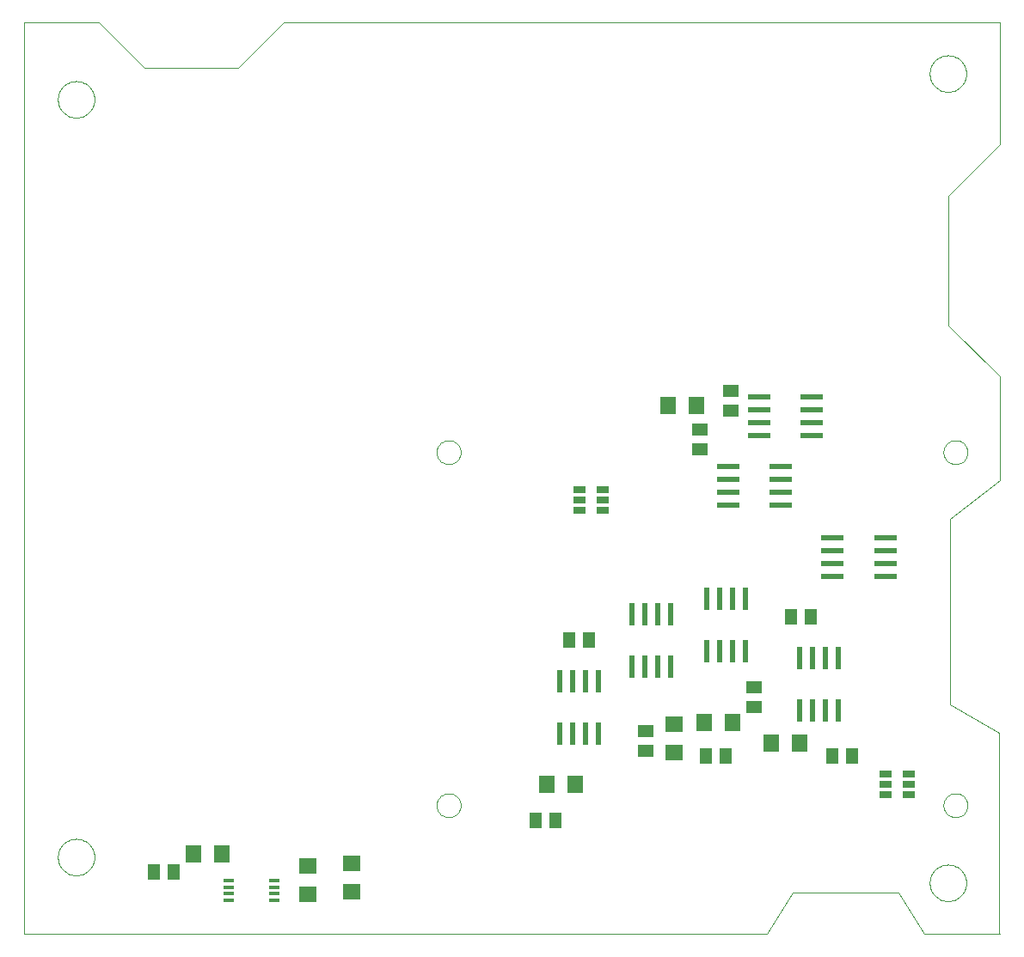
<source format=gbp>
G75*
%MOIN*%
%OFA0B0*%
%FSLAX24Y24*%
%IPPOS*%
%LPD*%
%AMOC8*
5,1,8,0,0,1.08239X$1,22.5*
%
%ADD10C,0.0000*%
%ADD11R,0.0236X0.0866*%
%ADD12R,0.0512X0.0591*%
%ADD13R,0.0591X0.0512*%
%ADD14R,0.0630X0.0709*%
%ADD15R,0.0709X0.0630*%
%ADD16R,0.0866X0.0236*%
%ADD17R,0.0500X0.0250*%
%ADD18R,0.0710X0.0630*%
%ADD19R,0.0433X0.0157*%
D10*
X000115Y000135D02*
X028915Y000135D01*
X029918Y001748D01*
X034009Y001748D01*
X035015Y000135D01*
X037915Y000135D01*
X037915Y007935D01*
X036015Y009035D01*
X036015Y016235D01*
X037925Y017755D01*
X037925Y021775D01*
X035935Y023765D01*
X035935Y028785D01*
X037925Y030775D01*
X037925Y035521D01*
X037926Y035521D02*
X010158Y035521D01*
X008391Y033757D01*
X004761Y033757D01*
X002997Y035521D01*
X000115Y035521D01*
X000115Y035521D01*
X000115Y000135D01*
X001416Y003125D02*
X001418Y003178D01*
X001424Y003231D01*
X001434Y003283D01*
X001447Y003334D01*
X001465Y003384D01*
X001486Y003433D01*
X001511Y003480D01*
X001539Y003524D01*
X001571Y003567D01*
X001605Y003607D01*
X001643Y003645D01*
X001683Y003679D01*
X001726Y003711D01*
X001771Y003739D01*
X001817Y003764D01*
X001866Y003785D01*
X001916Y003803D01*
X001967Y003816D01*
X002019Y003826D01*
X002072Y003832D01*
X002125Y003834D01*
X002178Y003832D01*
X002231Y003826D01*
X002283Y003816D01*
X002334Y003803D01*
X002384Y003785D01*
X002433Y003764D01*
X002480Y003739D01*
X002524Y003711D01*
X002567Y003679D01*
X002607Y003645D01*
X002645Y003607D01*
X002679Y003567D01*
X002711Y003524D01*
X002739Y003479D01*
X002764Y003433D01*
X002785Y003384D01*
X002803Y003334D01*
X002816Y003283D01*
X002826Y003231D01*
X002832Y003178D01*
X002834Y003125D01*
X002832Y003072D01*
X002826Y003019D01*
X002816Y002967D01*
X002803Y002916D01*
X002785Y002866D01*
X002764Y002817D01*
X002739Y002770D01*
X002711Y002726D01*
X002679Y002683D01*
X002645Y002643D01*
X002607Y002605D01*
X002567Y002571D01*
X002524Y002539D01*
X002479Y002511D01*
X002433Y002486D01*
X002384Y002465D01*
X002334Y002447D01*
X002283Y002434D01*
X002231Y002424D01*
X002178Y002418D01*
X002125Y002416D01*
X002072Y002418D01*
X002019Y002424D01*
X001967Y002434D01*
X001916Y002447D01*
X001866Y002465D01*
X001817Y002486D01*
X001770Y002511D01*
X001726Y002539D01*
X001683Y002571D01*
X001643Y002605D01*
X001605Y002643D01*
X001571Y002683D01*
X001539Y002726D01*
X001511Y002771D01*
X001486Y002817D01*
X001465Y002866D01*
X001447Y002916D01*
X001434Y002967D01*
X001424Y003019D01*
X001418Y003072D01*
X001416Y003125D01*
X016100Y005135D02*
X016102Y005178D01*
X016108Y005220D01*
X016118Y005262D01*
X016131Y005303D01*
X016149Y005342D01*
X016170Y005380D01*
X016194Y005415D01*
X016221Y005448D01*
X016252Y005479D01*
X016285Y005506D01*
X016320Y005530D01*
X016358Y005551D01*
X016397Y005569D01*
X016438Y005582D01*
X016480Y005592D01*
X016522Y005598D01*
X016565Y005600D01*
X016608Y005598D01*
X016650Y005592D01*
X016692Y005582D01*
X016733Y005569D01*
X016772Y005551D01*
X016810Y005530D01*
X016845Y005506D01*
X016878Y005479D01*
X016909Y005448D01*
X016936Y005415D01*
X016960Y005380D01*
X016981Y005342D01*
X016999Y005303D01*
X017012Y005262D01*
X017022Y005220D01*
X017028Y005178D01*
X017030Y005135D01*
X017028Y005092D01*
X017022Y005050D01*
X017012Y005008D01*
X016999Y004967D01*
X016981Y004928D01*
X016960Y004890D01*
X016936Y004855D01*
X016909Y004822D01*
X016878Y004791D01*
X016845Y004764D01*
X016810Y004740D01*
X016772Y004719D01*
X016733Y004701D01*
X016692Y004688D01*
X016650Y004678D01*
X016608Y004672D01*
X016565Y004670D01*
X016522Y004672D01*
X016480Y004678D01*
X016438Y004688D01*
X016397Y004701D01*
X016358Y004719D01*
X016320Y004740D01*
X016285Y004764D01*
X016252Y004791D01*
X016221Y004822D01*
X016194Y004855D01*
X016170Y004890D01*
X016149Y004928D01*
X016131Y004967D01*
X016118Y005008D01*
X016108Y005050D01*
X016102Y005092D01*
X016100Y005135D01*
X016100Y018835D02*
X016102Y018878D01*
X016108Y018920D01*
X016118Y018962D01*
X016131Y019003D01*
X016149Y019042D01*
X016170Y019080D01*
X016194Y019115D01*
X016221Y019148D01*
X016252Y019179D01*
X016285Y019206D01*
X016320Y019230D01*
X016358Y019251D01*
X016397Y019269D01*
X016438Y019282D01*
X016480Y019292D01*
X016522Y019298D01*
X016565Y019300D01*
X016608Y019298D01*
X016650Y019292D01*
X016692Y019282D01*
X016733Y019269D01*
X016772Y019251D01*
X016810Y019230D01*
X016845Y019206D01*
X016878Y019179D01*
X016909Y019148D01*
X016936Y019115D01*
X016960Y019080D01*
X016981Y019042D01*
X016999Y019003D01*
X017012Y018962D01*
X017022Y018920D01*
X017028Y018878D01*
X017030Y018835D01*
X017028Y018792D01*
X017022Y018750D01*
X017012Y018708D01*
X016999Y018667D01*
X016981Y018628D01*
X016960Y018590D01*
X016936Y018555D01*
X016909Y018522D01*
X016878Y018491D01*
X016845Y018464D01*
X016810Y018440D01*
X016772Y018419D01*
X016733Y018401D01*
X016692Y018388D01*
X016650Y018378D01*
X016608Y018372D01*
X016565Y018370D01*
X016522Y018372D01*
X016480Y018378D01*
X016438Y018388D01*
X016397Y018401D01*
X016358Y018419D01*
X016320Y018440D01*
X016285Y018464D01*
X016252Y018491D01*
X016221Y018522D01*
X016194Y018555D01*
X016170Y018590D01*
X016149Y018628D01*
X016131Y018667D01*
X016118Y018708D01*
X016108Y018750D01*
X016102Y018792D01*
X016100Y018835D01*
X001416Y032525D02*
X001418Y032578D01*
X001424Y032631D01*
X001434Y032683D01*
X001447Y032734D01*
X001465Y032784D01*
X001486Y032833D01*
X001511Y032880D01*
X001539Y032924D01*
X001571Y032967D01*
X001605Y033007D01*
X001643Y033045D01*
X001683Y033079D01*
X001726Y033111D01*
X001771Y033139D01*
X001817Y033164D01*
X001866Y033185D01*
X001916Y033203D01*
X001967Y033216D01*
X002019Y033226D01*
X002072Y033232D01*
X002125Y033234D01*
X002178Y033232D01*
X002231Y033226D01*
X002283Y033216D01*
X002334Y033203D01*
X002384Y033185D01*
X002433Y033164D01*
X002480Y033139D01*
X002524Y033111D01*
X002567Y033079D01*
X002607Y033045D01*
X002645Y033007D01*
X002679Y032967D01*
X002711Y032924D01*
X002739Y032879D01*
X002764Y032833D01*
X002785Y032784D01*
X002803Y032734D01*
X002816Y032683D01*
X002826Y032631D01*
X002832Y032578D01*
X002834Y032525D01*
X002832Y032472D01*
X002826Y032419D01*
X002816Y032367D01*
X002803Y032316D01*
X002785Y032266D01*
X002764Y032217D01*
X002739Y032170D01*
X002711Y032126D01*
X002679Y032083D01*
X002645Y032043D01*
X002607Y032005D01*
X002567Y031971D01*
X002524Y031939D01*
X002479Y031911D01*
X002433Y031886D01*
X002384Y031865D01*
X002334Y031847D01*
X002283Y031834D01*
X002231Y031824D01*
X002178Y031818D01*
X002125Y031816D01*
X002072Y031818D01*
X002019Y031824D01*
X001967Y031834D01*
X001916Y031847D01*
X001866Y031865D01*
X001817Y031886D01*
X001770Y031911D01*
X001726Y031939D01*
X001683Y031971D01*
X001643Y032005D01*
X001605Y032043D01*
X001571Y032083D01*
X001539Y032126D01*
X001511Y032171D01*
X001486Y032217D01*
X001465Y032266D01*
X001447Y032316D01*
X001434Y032367D01*
X001424Y032419D01*
X001418Y032472D01*
X001416Y032525D01*
X035216Y033525D02*
X035218Y033578D01*
X035224Y033631D01*
X035234Y033683D01*
X035247Y033734D01*
X035265Y033784D01*
X035286Y033833D01*
X035311Y033880D01*
X035339Y033924D01*
X035371Y033967D01*
X035405Y034007D01*
X035443Y034045D01*
X035483Y034079D01*
X035526Y034111D01*
X035571Y034139D01*
X035617Y034164D01*
X035666Y034185D01*
X035716Y034203D01*
X035767Y034216D01*
X035819Y034226D01*
X035872Y034232D01*
X035925Y034234D01*
X035978Y034232D01*
X036031Y034226D01*
X036083Y034216D01*
X036134Y034203D01*
X036184Y034185D01*
X036233Y034164D01*
X036280Y034139D01*
X036324Y034111D01*
X036367Y034079D01*
X036407Y034045D01*
X036445Y034007D01*
X036479Y033967D01*
X036511Y033924D01*
X036539Y033879D01*
X036564Y033833D01*
X036585Y033784D01*
X036603Y033734D01*
X036616Y033683D01*
X036626Y033631D01*
X036632Y033578D01*
X036634Y033525D01*
X036632Y033472D01*
X036626Y033419D01*
X036616Y033367D01*
X036603Y033316D01*
X036585Y033266D01*
X036564Y033217D01*
X036539Y033170D01*
X036511Y033126D01*
X036479Y033083D01*
X036445Y033043D01*
X036407Y033005D01*
X036367Y032971D01*
X036324Y032939D01*
X036279Y032911D01*
X036233Y032886D01*
X036184Y032865D01*
X036134Y032847D01*
X036083Y032834D01*
X036031Y032824D01*
X035978Y032818D01*
X035925Y032816D01*
X035872Y032818D01*
X035819Y032824D01*
X035767Y032834D01*
X035716Y032847D01*
X035666Y032865D01*
X035617Y032886D01*
X035570Y032911D01*
X035526Y032939D01*
X035483Y032971D01*
X035443Y033005D01*
X035405Y033043D01*
X035371Y033083D01*
X035339Y033126D01*
X035311Y033171D01*
X035286Y033217D01*
X035265Y033266D01*
X035247Y033316D01*
X035234Y033367D01*
X035224Y033419D01*
X035218Y033472D01*
X035216Y033525D01*
X035750Y018835D02*
X035752Y018878D01*
X035758Y018920D01*
X035768Y018962D01*
X035781Y019003D01*
X035799Y019042D01*
X035820Y019080D01*
X035844Y019115D01*
X035871Y019148D01*
X035902Y019179D01*
X035935Y019206D01*
X035970Y019230D01*
X036008Y019251D01*
X036047Y019269D01*
X036088Y019282D01*
X036130Y019292D01*
X036172Y019298D01*
X036215Y019300D01*
X036258Y019298D01*
X036300Y019292D01*
X036342Y019282D01*
X036383Y019269D01*
X036422Y019251D01*
X036460Y019230D01*
X036495Y019206D01*
X036528Y019179D01*
X036559Y019148D01*
X036586Y019115D01*
X036610Y019080D01*
X036631Y019042D01*
X036649Y019003D01*
X036662Y018962D01*
X036672Y018920D01*
X036678Y018878D01*
X036680Y018835D01*
X036678Y018792D01*
X036672Y018750D01*
X036662Y018708D01*
X036649Y018667D01*
X036631Y018628D01*
X036610Y018590D01*
X036586Y018555D01*
X036559Y018522D01*
X036528Y018491D01*
X036495Y018464D01*
X036460Y018440D01*
X036422Y018419D01*
X036383Y018401D01*
X036342Y018388D01*
X036300Y018378D01*
X036258Y018372D01*
X036215Y018370D01*
X036172Y018372D01*
X036130Y018378D01*
X036088Y018388D01*
X036047Y018401D01*
X036008Y018419D01*
X035970Y018440D01*
X035935Y018464D01*
X035902Y018491D01*
X035871Y018522D01*
X035844Y018555D01*
X035820Y018590D01*
X035799Y018628D01*
X035781Y018667D01*
X035768Y018708D01*
X035758Y018750D01*
X035752Y018792D01*
X035750Y018835D01*
X035750Y005135D02*
X035752Y005178D01*
X035758Y005220D01*
X035768Y005262D01*
X035781Y005303D01*
X035799Y005342D01*
X035820Y005380D01*
X035844Y005415D01*
X035871Y005448D01*
X035902Y005479D01*
X035935Y005506D01*
X035970Y005530D01*
X036008Y005551D01*
X036047Y005569D01*
X036088Y005582D01*
X036130Y005592D01*
X036172Y005598D01*
X036215Y005600D01*
X036258Y005598D01*
X036300Y005592D01*
X036342Y005582D01*
X036383Y005569D01*
X036422Y005551D01*
X036460Y005530D01*
X036495Y005506D01*
X036528Y005479D01*
X036559Y005448D01*
X036586Y005415D01*
X036610Y005380D01*
X036631Y005342D01*
X036649Y005303D01*
X036662Y005262D01*
X036672Y005220D01*
X036678Y005178D01*
X036680Y005135D01*
X036678Y005092D01*
X036672Y005050D01*
X036662Y005008D01*
X036649Y004967D01*
X036631Y004928D01*
X036610Y004890D01*
X036586Y004855D01*
X036559Y004822D01*
X036528Y004791D01*
X036495Y004764D01*
X036460Y004740D01*
X036422Y004719D01*
X036383Y004701D01*
X036342Y004688D01*
X036300Y004678D01*
X036258Y004672D01*
X036215Y004670D01*
X036172Y004672D01*
X036130Y004678D01*
X036088Y004688D01*
X036047Y004701D01*
X036008Y004719D01*
X035970Y004740D01*
X035935Y004764D01*
X035902Y004791D01*
X035871Y004822D01*
X035844Y004855D01*
X035820Y004890D01*
X035799Y004928D01*
X035781Y004967D01*
X035768Y005008D01*
X035758Y005050D01*
X035752Y005092D01*
X035750Y005135D01*
X035216Y002125D02*
X035218Y002178D01*
X035224Y002231D01*
X035234Y002283D01*
X035247Y002334D01*
X035265Y002384D01*
X035286Y002433D01*
X035311Y002480D01*
X035339Y002524D01*
X035371Y002567D01*
X035405Y002607D01*
X035443Y002645D01*
X035483Y002679D01*
X035526Y002711D01*
X035571Y002739D01*
X035617Y002764D01*
X035666Y002785D01*
X035716Y002803D01*
X035767Y002816D01*
X035819Y002826D01*
X035872Y002832D01*
X035925Y002834D01*
X035978Y002832D01*
X036031Y002826D01*
X036083Y002816D01*
X036134Y002803D01*
X036184Y002785D01*
X036233Y002764D01*
X036280Y002739D01*
X036324Y002711D01*
X036367Y002679D01*
X036407Y002645D01*
X036445Y002607D01*
X036479Y002567D01*
X036511Y002524D01*
X036539Y002479D01*
X036564Y002433D01*
X036585Y002384D01*
X036603Y002334D01*
X036616Y002283D01*
X036626Y002231D01*
X036632Y002178D01*
X036634Y002125D01*
X036632Y002072D01*
X036626Y002019D01*
X036616Y001967D01*
X036603Y001916D01*
X036585Y001866D01*
X036564Y001817D01*
X036539Y001770D01*
X036511Y001726D01*
X036479Y001683D01*
X036445Y001643D01*
X036407Y001605D01*
X036367Y001571D01*
X036324Y001539D01*
X036279Y001511D01*
X036233Y001486D01*
X036184Y001465D01*
X036134Y001447D01*
X036083Y001434D01*
X036031Y001424D01*
X035978Y001418D01*
X035925Y001416D01*
X035872Y001418D01*
X035819Y001424D01*
X035767Y001434D01*
X035716Y001447D01*
X035666Y001465D01*
X035617Y001486D01*
X035570Y001511D01*
X035526Y001539D01*
X035483Y001571D01*
X035443Y001605D01*
X035405Y001643D01*
X035371Y001683D01*
X035339Y001726D01*
X035311Y001771D01*
X035286Y001817D01*
X035265Y001866D01*
X035247Y001916D01*
X035234Y001967D01*
X035224Y002019D01*
X035218Y002072D01*
X035216Y002125D01*
X037915Y000135D02*
X037925Y000135D01*
D11*
X031665Y008811D03*
X031165Y008811D03*
X030665Y008811D03*
X030165Y008811D03*
X030165Y010859D03*
X030665Y010859D03*
X031165Y010859D03*
X031665Y010859D03*
X028065Y011111D03*
X027565Y011111D03*
X027065Y011111D03*
X026565Y011111D03*
X025165Y010511D03*
X024665Y010511D03*
X024165Y010511D03*
X023665Y010511D03*
X022365Y009959D03*
X021865Y009959D03*
X021365Y009959D03*
X020865Y009959D03*
X020865Y007911D03*
X021365Y007911D03*
X021865Y007911D03*
X022365Y007911D03*
X023665Y012559D03*
X024165Y012559D03*
X024665Y012559D03*
X025165Y012559D03*
X026565Y013159D03*
X027065Y013159D03*
X027565Y013159D03*
X028065Y013159D03*
D12*
X029841Y012435D03*
X030589Y012435D03*
X031441Y007035D03*
X032189Y007035D03*
X027289Y007035D03*
X026541Y007035D03*
X021989Y011535D03*
X021241Y011535D03*
X020689Y004535D03*
X019941Y004535D03*
X005889Y002535D03*
X005141Y002535D03*
D13*
X024215Y007261D03*
X024215Y008009D03*
X028415Y008961D03*
X028415Y009709D03*
X026315Y018961D03*
X026315Y019709D03*
X027515Y020461D03*
X027515Y021209D03*
D14*
X026166Y020635D03*
X025064Y020635D03*
X026464Y008335D03*
X027566Y008335D03*
X029064Y007535D03*
X030166Y007535D03*
X021466Y005935D03*
X020364Y005935D03*
X007766Y003235D03*
X006664Y003235D03*
D15*
X011115Y002786D03*
X011115Y001684D03*
X025315Y007184D03*
X025315Y008286D03*
D16*
X031446Y014010D03*
X031446Y014510D03*
X031446Y015010D03*
X031446Y015510D03*
X029439Y016785D03*
X029439Y017285D03*
X029439Y017785D03*
X029439Y018285D03*
X028591Y019485D03*
X028591Y019985D03*
X028591Y020485D03*
X028591Y020985D03*
X030639Y020985D03*
X030639Y020485D03*
X030639Y019985D03*
X030639Y019485D03*
X027391Y018285D03*
X027391Y017785D03*
X027391Y017285D03*
X027391Y016785D03*
X033493Y015510D03*
X033493Y015010D03*
X033493Y014510D03*
X033493Y014010D03*
D17*
X033494Y006364D03*
X033494Y005964D03*
X033494Y005564D03*
X034394Y005564D03*
X034394Y005964D03*
X034394Y006364D03*
X022547Y016594D03*
X022547Y016994D03*
X022547Y017394D03*
X021647Y017394D03*
X021647Y016994D03*
X021647Y016594D03*
D18*
X012815Y002895D03*
X012815Y001775D03*
D19*
X009801Y001707D03*
X009801Y001451D03*
X009801Y001963D03*
X009801Y002219D03*
X008029Y002219D03*
X008029Y001963D03*
X008029Y001707D03*
X008029Y001451D03*
M02*

</source>
